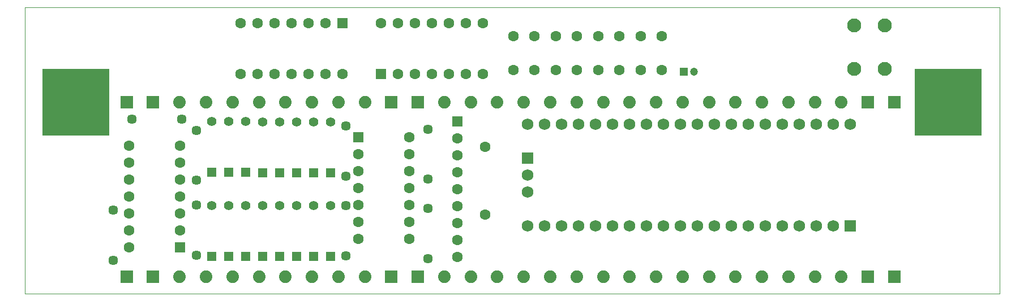
<source format=gts>
G04 (created by PCBNEW (2013-07-07 BZR 4022)-stable) date 4/22/2014 12:16:29 PM*
%MOIN*%
G04 Gerber Fmt 3.4, Leading zero omitted, Abs format*
%FSLAX34Y34*%
G01*
G70*
G90*
G04 APERTURE LIST*
%ADD10C,0.00590551*%
%ADD11C,0.00393701*%
%ADD12R,0.056X0.056*%
%ADD13C,0.056*%
%ADD14R,0.0629921X0.0629921*%
%ADD15C,0.0629921*%
%ADD16C,0.063*%
%ADD17R,0.0740157X0.0740157*%
%ADD18C,0.0740157*%
%ADD19R,0.393701X0.393701*%
%ADD20C,0.0688976*%
%ADD21R,0.0688976X0.0688976*%
%ADD22C,0.0570866*%
%ADD23C,0.0826772*%
%ADD24R,0.0472441X0.0472441*%
%ADD25C,0.0472441*%
G04 APERTURE END LIST*
G54D10*
G54D11*
X7500Y-13900D02*
X7500Y-30800D01*
X64900Y-30800D02*
X64900Y-13900D01*
X7500Y-13900D02*
X64900Y-13900D01*
X64900Y-30800D02*
X7500Y-30800D01*
G54D12*
X18500Y-23650D03*
G54D13*
X18500Y-20650D03*
G54D12*
X25500Y-28600D03*
G54D13*
X25500Y-25600D03*
G54D12*
X25500Y-23665D03*
G54D13*
X25500Y-20665D03*
G54D12*
X24500Y-28600D03*
G54D13*
X24500Y-25600D03*
G54D12*
X18500Y-28600D03*
G54D13*
X18500Y-25600D03*
G54D12*
X19500Y-23650D03*
G54D13*
X19500Y-20650D03*
G54D12*
X19500Y-28600D03*
G54D13*
X19500Y-25600D03*
G54D12*
X20500Y-23650D03*
G54D13*
X20500Y-20650D03*
G54D12*
X20500Y-28600D03*
G54D13*
X20500Y-25600D03*
G54D12*
X21500Y-23683D03*
G54D13*
X21500Y-20683D03*
G54D12*
X21500Y-28600D03*
G54D13*
X21500Y-25600D03*
G54D12*
X22500Y-23670D03*
G54D13*
X22500Y-20670D03*
G54D12*
X22500Y-28600D03*
G54D13*
X22500Y-25600D03*
G54D12*
X24500Y-23676D03*
G54D13*
X24500Y-20676D03*
G54D12*
X23500Y-28600D03*
G54D13*
X23500Y-25600D03*
G54D12*
X23500Y-23667D03*
G54D13*
X23500Y-20667D03*
G54D14*
X32992Y-20640D03*
G54D15*
X32992Y-21640D03*
X32992Y-22640D03*
X32992Y-23640D03*
X32992Y-24640D03*
X32992Y-25640D03*
X32992Y-26640D03*
X32992Y-27640D03*
X32992Y-28640D03*
G54D16*
X34600Y-22141D03*
X34600Y-26141D03*
X36267Y-17610D03*
X36267Y-15610D03*
X37517Y-17610D03*
X37517Y-15610D03*
X38767Y-17610D03*
X38767Y-15610D03*
X40016Y-17610D03*
X40016Y-15610D03*
X41266Y-17610D03*
X41266Y-15610D03*
X43766Y-17610D03*
X43766Y-15610D03*
X45016Y-17610D03*
X45016Y-15610D03*
X42516Y-17610D03*
X42516Y-15610D03*
G54D17*
X15059Y-29800D03*
G54D18*
X16618Y-29800D03*
X18177Y-29800D03*
X19736Y-29800D03*
X21295Y-29800D03*
X22854Y-29800D03*
X24413Y-29800D03*
X25972Y-29800D03*
X27531Y-29800D03*
G54D17*
X29090Y-29800D03*
X30649Y-29800D03*
G54D18*
X32208Y-29800D03*
X33767Y-29800D03*
X35326Y-29800D03*
X36885Y-29800D03*
X38444Y-29800D03*
X40003Y-29800D03*
X41562Y-29800D03*
X43122Y-29800D03*
X44681Y-29800D03*
X46240Y-29800D03*
X47799Y-29800D03*
X49358Y-29800D03*
X50917Y-29800D03*
X52476Y-29800D03*
X54035Y-29800D03*
X55594Y-29800D03*
G54D17*
X13500Y-29800D03*
X57153Y-29800D03*
X58712Y-29800D03*
X15059Y-19500D03*
G54D18*
X16618Y-19500D03*
X18177Y-19500D03*
X19736Y-19500D03*
X21295Y-19500D03*
X22854Y-19500D03*
X24413Y-19500D03*
X25972Y-19500D03*
X27531Y-19500D03*
G54D17*
X29090Y-19500D03*
X30649Y-19500D03*
G54D18*
X32208Y-19500D03*
X33767Y-19500D03*
X35326Y-19500D03*
X36885Y-19500D03*
X38444Y-19500D03*
X40003Y-19500D03*
X41562Y-19500D03*
X43122Y-19500D03*
X44681Y-19500D03*
X46240Y-19500D03*
X47799Y-19500D03*
X49358Y-19500D03*
X50917Y-19500D03*
X52476Y-19500D03*
X54035Y-19500D03*
X55594Y-19500D03*
G54D17*
X13500Y-19500D03*
X57153Y-19500D03*
X58712Y-19500D03*
G54D19*
X10500Y-19500D03*
X61877Y-19500D03*
G54D14*
X16630Y-28070D03*
G54D15*
X16630Y-27070D03*
X16630Y-26070D03*
X16630Y-25070D03*
X16630Y-24070D03*
X16630Y-23070D03*
X16630Y-22070D03*
X13630Y-22070D03*
X13630Y-23070D03*
X13630Y-24070D03*
X13630Y-25070D03*
X13630Y-26070D03*
X13630Y-27070D03*
X13630Y-28070D03*
G54D14*
X28490Y-17850D03*
G54D15*
X29490Y-17850D03*
X30490Y-17850D03*
X31490Y-17850D03*
X32490Y-17850D03*
X33490Y-17850D03*
X34490Y-17850D03*
X34490Y-14850D03*
X33490Y-14850D03*
X32490Y-14850D03*
X31490Y-14850D03*
X30490Y-14850D03*
X29490Y-14850D03*
X28490Y-14850D03*
G54D14*
X26223Y-14850D03*
G54D15*
X25223Y-14850D03*
X24223Y-14850D03*
X23223Y-14850D03*
X22223Y-14850D03*
X21223Y-14850D03*
X20223Y-14850D03*
X20223Y-17850D03*
X21223Y-17850D03*
X22223Y-17850D03*
X23223Y-17850D03*
X24223Y-17850D03*
X25223Y-17850D03*
X26223Y-17850D03*
G54D14*
X27153Y-21580D03*
G54D15*
X27153Y-22580D03*
X27153Y-23580D03*
X27153Y-24580D03*
X27153Y-25580D03*
X27153Y-26580D03*
X27153Y-27580D03*
X30153Y-27580D03*
X30153Y-26580D03*
X30153Y-25580D03*
X30153Y-24580D03*
X30153Y-23580D03*
X30153Y-22580D03*
X30153Y-21580D03*
G54D20*
X56111Y-20819D03*
X55111Y-20819D03*
X54111Y-20819D03*
X53111Y-20819D03*
X52111Y-20819D03*
X51111Y-20819D03*
X50111Y-20819D03*
X49111Y-20819D03*
X48111Y-20819D03*
X47111Y-20819D03*
X46111Y-20819D03*
X45111Y-20819D03*
X44111Y-20819D03*
X43111Y-20819D03*
X42111Y-20819D03*
X41111Y-20819D03*
X40111Y-20819D03*
X39111Y-20819D03*
X38111Y-20819D03*
X37111Y-20819D03*
X37111Y-26819D03*
X38111Y-26819D03*
X39111Y-26819D03*
X40111Y-26819D03*
X41111Y-26819D03*
X42111Y-26819D03*
X43111Y-26819D03*
X44111Y-26819D03*
X45111Y-26819D03*
X46111Y-26819D03*
X47111Y-26819D03*
X48111Y-26819D03*
X49111Y-26819D03*
X50111Y-26819D03*
X51111Y-26819D03*
X52111Y-26819D03*
X53111Y-26819D03*
X54111Y-26819D03*
X55111Y-26819D03*
G54D21*
X56111Y-26819D03*
X37111Y-22819D03*
G54D20*
X37111Y-23819D03*
X37111Y-24819D03*
G54D22*
X31250Y-24048D03*
X31250Y-21095D03*
X31250Y-25785D03*
X31250Y-28737D03*
X26400Y-25609D03*
X26400Y-28561D03*
X26400Y-23876D03*
X26400Y-20923D03*
X12719Y-25883D03*
X12719Y-28836D03*
X16752Y-20495D03*
X13800Y-20495D03*
X17600Y-24126D03*
X17600Y-21173D03*
X17600Y-25592D03*
X17600Y-28545D03*
G54D23*
X58129Y-17539D03*
X58129Y-14980D03*
X56358Y-17539D03*
X56358Y-14980D03*
G54D24*
X46309Y-17700D03*
G54D25*
X46900Y-17700D03*
M02*

</source>
